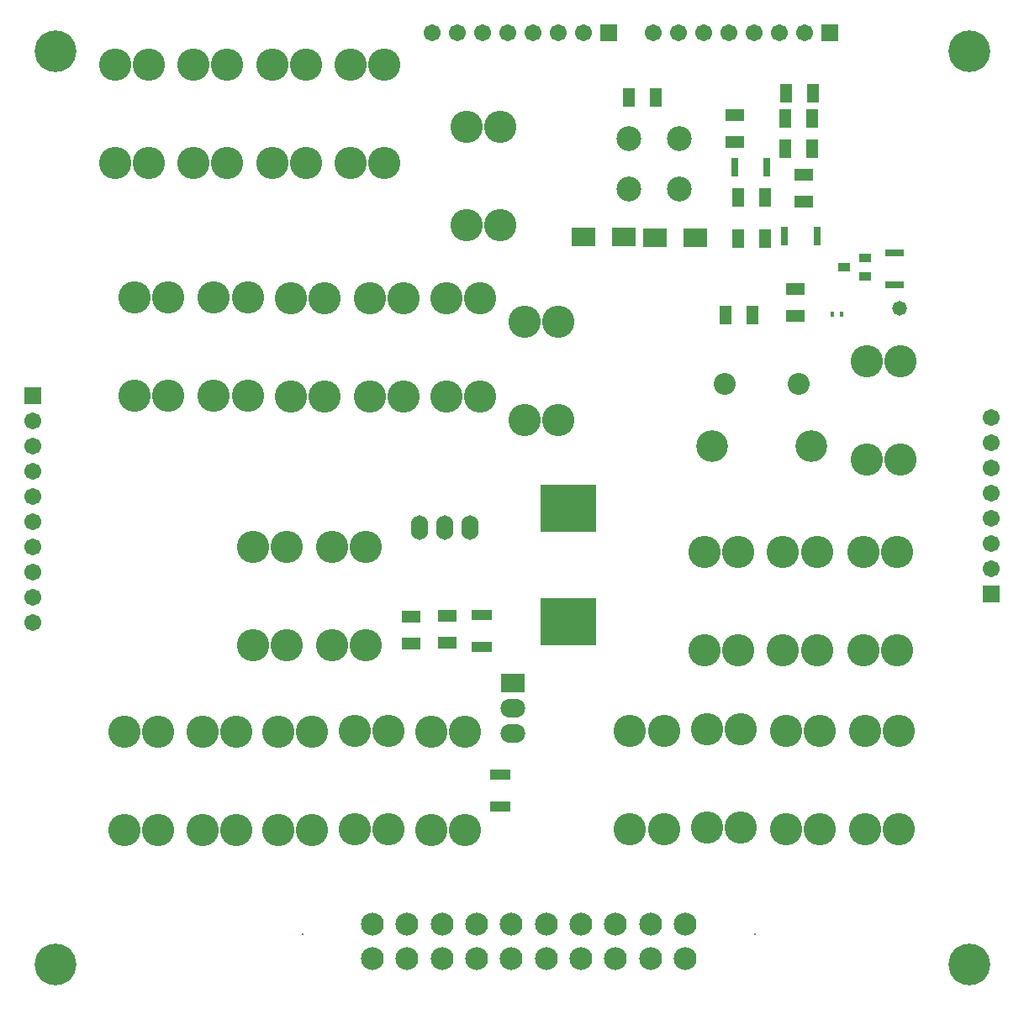
<source format=gts>
G04*
G04 #@! TF.GenerationSoftware,Altium Limited,Altium Designer,18.0.11 (651)*
G04*
G04 Layer_Color=8388736*
%FSLAX44Y44*%
%MOMM*%
G71*
G01*
G75*
%ADD23R,0.8032X1.9532*%
%ADD24R,1.3032X1.9032*%
%ADD25R,1.9032X1.3032*%
%ADD26R,2.3622X1.9812*%
%ADD27R,1.9532X0.8032*%
%ADD28R,1.2032X0.9032*%
%ADD29R,2.0032X1.0532*%
%ADD30R,5.6032X4.7032*%
%ADD31R,0.4032X0.5032*%
%ADD32R,1.7032X1.7032*%
%ADD33C,1.7032*%
%ADD34C,0.2032*%
%ADD35C,2.3032*%
%ADD36C,3.2512*%
%ADD37C,2.2032*%
%ADD38C,3.2032*%
%ADD39C,2.5032*%
%ADD40R,1.7032X1.7032*%
%ADD41O,2.4892X1.9032*%
%ADD42R,2.4892X1.9032*%
%ADD43O,1.7272X2.4892*%
%ADD44C,4.2032*%
%ADD45C,1.4732*%
D23*
X1282198Y1535430D02*
D03*
X1314698D02*
D03*
X1231652Y1605026D02*
D03*
X1264152D02*
D03*
D24*
X1282500Y1654000D02*
D03*
X1309500D02*
D03*
X1125500Y1675000D02*
D03*
X1152500D02*
D03*
X1262164Y1533144D02*
D03*
X1235164D02*
D03*
Y1574800D02*
D03*
X1262164D02*
D03*
X1309500Y1624000D02*
D03*
X1282500D02*
D03*
X1249934Y1456182D02*
D03*
X1222934D02*
D03*
X1310500Y1680000D02*
D03*
X1283500D02*
D03*
D25*
X1232000Y1630500D02*
D03*
Y1657500D02*
D03*
X1301000Y1570500D02*
D03*
Y1597500D02*
D03*
X1292860Y1482382D02*
D03*
Y1455382D02*
D03*
X906272Y1152182D02*
D03*
Y1125182D02*
D03*
X942594Y1152944D02*
D03*
Y1125944D02*
D03*
D26*
X1120394Y1535176D02*
D03*
X1079754D02*
D03*
X1151382Y1534160D02*
D03*
X1192022D02*
D03*
D27*
X1393190Y1518914D02*
D03*
Y1486414D02*
D03*
D28*
X1341796Y1504188D02*
D03*
X1362796Y1513688D02*
D03*
Y1494688D02*
D03*
D29*
X995934Y993388D02*
D03*
Y960888D02*
D03*
X976884Y1121670D02*
D03*
Y1154170D02*
D03*
D30*
X1064006Y1261652D02*
D03*
X1064106Y1146952D02*
D03*
D31*
X1339452Y1456944D02*
D03*
X1330452D02*
D03*
D32*
X1104600Y1741000D02*
D03*
X1327800D02*
D03*
D33*
X1079200D02*
D03*
X1053800D02*
D03*
X1028400D02*
D03*
X1003000D02*
D03*
X977600D02*
D03*
X952200D02*
D03*
X926800D02*
D03*
X1302400D02*
D03*
X1277000D02*
D03*
X1251600D02*
D03*
X1226200D02*
D03*
X1200800D02*
D03*
X1175400D02*
D03*
X1150000D02*
D03*
X525000Y1324200D02*
D03*
Y1146400D02*
D03*
Y1171800D02*
D03*
Y1197200D02*
D03*
Y1222600D02*
D03*
Y1248000D02*
D03*
Y1273400D02*
D03*
Y1298800D02*
D03*
Y1349600D02*
D03*
X1490000Y1200400D02*
D03*
Y1225800D02*
D03*
Y1251200D02*
D03*
Y1276600D02*
D03*
Y1302000D02*
D03*
Y1327400D02*
D03*
Y1352800D02*
D03*
D34*
X1252000Y832000D02*
D03*
X797000D02*
D03*
D35*
X1182000Y807400D02*
D03*
X1147000D02*
D03*
X1112000D02*
D03*
X1077000D02*
D03*
X1042000D02*
D03*
X1007000D02*
D03*
X972000D02*
D03*
X937000D02*
D03*
X902000D02*
D03*
X867000D02*
D03*
Y842400D02*
D03*
X1182000D02*
D03*
X1147000D02*
D03*
X1112000D02*
D03*
X1077000D02*
D03*
X1042000D02*
D03*
X1007000D02*
D03*
X972000D02*
D03*
X937000D02*
D03*
X902000D02*
D03*
D36*
X1364996Y1409700D02*
D03*
X1399032D02*
D03*
X1364996Y1310640D02*
D03*
X1399032D02*
D03*
X695706Y1035812D02*
D03*
X729742D02*
D03*
X695706Y936752D02*
D03*
X729742D02*
D03*
X617474Y1035812D02*
D03*
X651510D02*
D03*
X617474Y936752D02*
D03*
X651510D02*
D03*
X772160Y1036320D02*
D03*
X806196D02*
D03*
X772160Y937260D02*
D03*
X806196D02*
D03*
X849376Y1037082D02*
D03*
X883412D02*
D03*
X849376Y938022D02*
D03*
X883412D02*
D03*
X926084Y1036320D02*
D03*
X960120D02*
D03*
X926084Y937260D02*
D03*
X960120D02*
D03*
X826000Y1222060D02*
D03*
X860036D02*
D03*
X826000Y1123000D02*
D03*
X860036D02*
D03*
X746964Y1222060D02*
D03*
X781000D02*
D03*
X746964Y1123000D02*
D03*
X781000D02*
D03*
X1283208Y1037336D02*
D03*
X1317244D02*
D03*
X1283208Y938276D02*
D03*
X1317244D02*
D03*
X1363218Y1037336D02*
D03*
X1397254D02*
D03*
X1363218Y938276D02*
D03*
X1397254D02*
D03*
X1203706Y1038352D02*
D03*
X1237742D02*
D03*
X1203706Y939292D02*
D03*
X1237742D02*
D03*
X961964Y1646060D02*
D03*
X996000D02*
D03*
X961964Y1547000D02*
D03*
X996000D02*
D03*
X607964Y1708000D02*
D03*
X642000D02*
D03*
X607964Y1608940D02*
D03*
X642000D02*
D03*
X686562Y1708150D02*
D03*
X720598D02*
D03*
X686562Y1609090D02*
D03*
X720598D02*
D03*
X766064Y1708658D02*
D03*
X800100D02*
D03*
X766064Y1609598D02*
D03*
X800100D02*
D03*
X1126490Y1037336D02*
D03*
X1160526D02*
D03*
X1126490Y938276D02*
D03*
X1160526D02*
D03*
X1201468Y1217060D02*
D03*
X1235504D02*
D03*
X1201468Y1118000D02*
D03*
X1235504D02*
D03*
X1280468Y1217060D02*
D03*
X1314504D02*
D03*
X1280468Y1118000D02*
D03*
X1314504D02*
D03*
X1361468Y1217060D02*
D03*
X1395504D02*
D03*
X1361468Y1118000D02*
D03*
X1395504D02*
D03*
X1020064Y1449578D02*
D03*
X1054100D02*
D03*
X1020064Y1350518D02*
D03*
X1054100D02*
D03*
X707390Y1474216D02*
D03*
X741426D02*
D03*
X707390Y1375156D02*
D03*
X741426D02*
D03*
X785114Y1472692D02*
D03*
X819150D02*
D03*
X785114Y1373632D02*
D03*
X819150D02*
D03*
X864362Y1473454D02*
D03*
X898398D02*
D03*
X864362Y1374394D02*
D03*
X898398D02*
D03*
X845000Y1708000D02*
D03*
X879036D02*
D03*
X845000Y1608940D02*
D03*
X879036D02*
D03*
X941324Y1473200D02*
D03*
X975360D02*
D03*
X941324Y1374140D02*
D03*
X975360D02*
D03*
X627634Y1474216D02*
D03*
X661670D02*
D03*
X627634Y1375156D02*
D03*
X661670D02*
D03*
D37*
X1296578Y1386548D02*
D03*
X1221578D02*
D03*
D38*
X1209078Y1324048D02*
D03*
X1309078D02*
D03*
D39*
X1125220Y1583182D02*
D03*
X1176020D02*
D03*
Y1633982D02*
D03*
X1125220D02*
D03*
D40*
X525000Y1375000D02*
D03*
X1490000Y1175000D02*
D03*
D41*
X1008126Y1034288D02*
D03*
Y1059688D02*
D03*
D42*
Y1085088D02*
D03*
D43*
X914400Y1242060D02*
D03*
X939800D02*
D03*
X965200D02*
D03*
D44*
X1468000Y802000D02*
D03*
X548000Y1722000D02*
D03*
X1468000D02*
D03*
X548000Y802000D02*
D03*
D45*
X1398016Y1463294D02*
D03*
M02*

</source>
